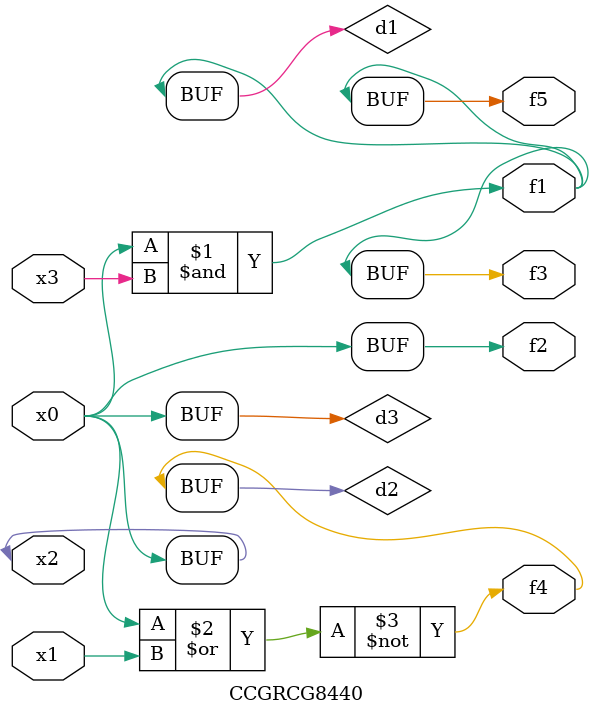
<source format=v>
module CCGRCG8440(
	input x0, x1, x2, x3,
	output f1, f2, f3, f4, f5
);

	wire d1, d2, d3;

	and (d1, x2, x3);
	nor (d2, x0, x1);
	buf (d3, x0, x2);
	assign f1 = d1;
	assign f2 = d3;
	assign f3 = d1;
	assign f4 = d2;
	assign f5 = d1;
endmodule

</source>
